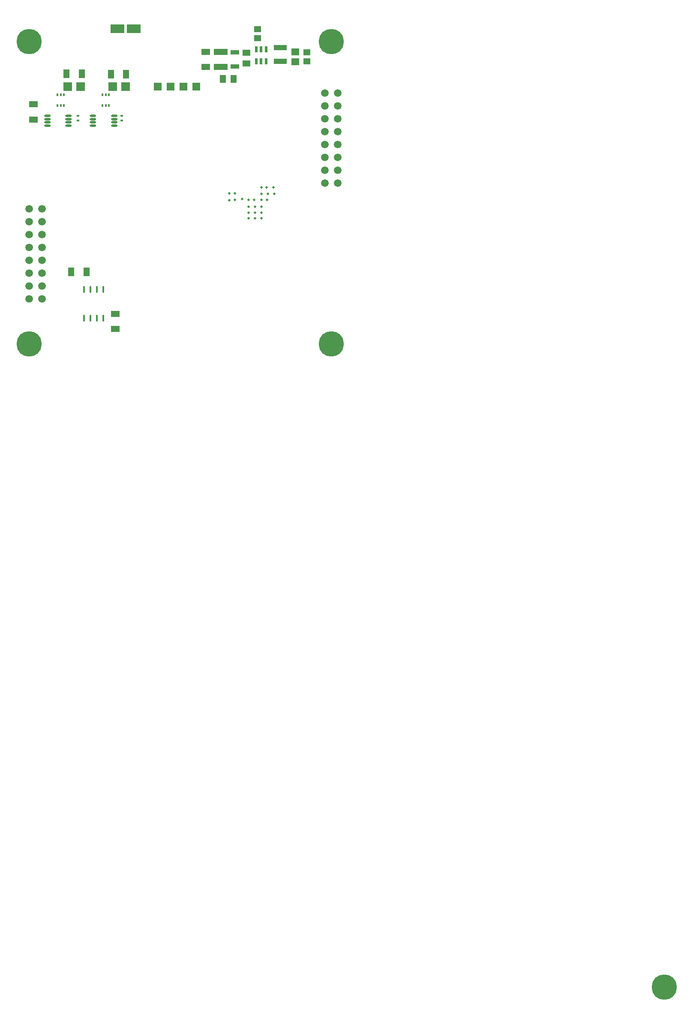
<source format=gbr>
%TF.GenerationSoftware,Altium Limited,Altium Designer,18.0.12 (696)*%
G04 Layer_Color=255*
%FSLAX26Y26*%
%MOIN*%
%TF.FileFunction,Pads,Bot*%
%TF.Part,Single*%
G01*
G75*
%TA.AperFunction,SMDPad,CuDef*%
%ADD10R,0.057087X0.045276*%
%ADD11R,0.059055X0.049213*%
%ADD13R,0.106299X0.045276*%
%ADD14R,0.070866X0.045276*%
%ADD17R,0.049213X0.059055*%
%ADD20R,0.021654X0.017716*%
%TA.AperFunction,ViaPad*%
%ADD59C,0.019685*%
%TA.AperFunction,ComponentPad*%
%ADD60R,0.070866X0.070866*%
%ADD61R,0.060000X0.060000*%
%ADD62C,0.059055*%
%TA.AperFunction,ViaPad*%
%ADD63C,0.196850*%
%TA.AperFunction,SMDPad,CuDef*%
%ADD66R,0.045276X0.070866*%
%ADD67R,0.110236X0.066929*%
%ADD68O,0.051181X0.017716*%
%ADD69R,0.066929X0.037402*%
%ADD70R,0.061024X0.053150*%
%ADD71R,0.102362X0.043307*%
%ADD72R,0.021654X0.051181*%
%ADD73O,0.013780X0.055118*%
%ADD74R,0.015748X0.023622*%
D10*
X2159000Y2195510D02*
D03*
Y2266376D02*
D03*
X1775000Y2445433D02*
D03*
Y2374567D02*
D03*
D11*
X1689000Y2262284D02*
D03*
Y2179606D02*
D03*
D13*
X1489000Y2151890D02*
D03*
Y2270000D02*
D03*
D14*
X32000Y1743945D02*
D03*
Y1862055D02*
D03*
X1371654Y2152166D02*
D03*
Y2270276D02*
D03*
X671000Y233056D02*
D03*
Y114946D02*
D03*
D17*
X1590338Y2060942D02*
D03*
X1507662D02*
D03*
D20*
X721000Y1771716D02*
D03*
Y1736283D02*
D03*
X379000Y1772716D02*
D03*
Y1737283D02*
D03*
D59*
X1805000Y975000D02*
D03*
X1755000D02*
D03*
X1705000D02*
D03*
X1600000Y1120000D02*
D03*
Y1170000D02*
D03*
X1555000Y1115000D02*
D03*
Y1170000D02*
D03*
X1655000Y1125000D02*
D03*
X1805000Y1215000D02*
D03*
X1845000D02*
D03*
X1900000D02*
D03*
X1905000Y1165000D02*
D03*
X1850000Y1120000D02*
D03*
X1855000Y1165000D02*
D03*
X1805000D02*
D03*
X1705000Y1120000D02*
D03*
X1750000D02*
D03*
X1805000D02*
D03*
Y1065000D02*
D03*
Y1020000D02*
D03*
X1705000D02*
D03*
Y1065000D02*
D03*
X1755000D02*
D03*
Y1020000D02*
D03*
D60*
X300000Y2000000D02*
D03*
X400000D02*
D03*
X750000D02*
D03*
X650000D02*
D03*
D61*
X1300000D02*
D03*
X1200000D02*
D03*
X1100000D02*
D03*
X1000000D02*
D03*
D62*
X2400000Y1950000D02*
D03*
Y1850000D02*
D03*
Y1750000D02*
D03*
Y1650000D02*
D03*
Y1550000D02*
D03*
X2300000Y1950000D02*
D03*
Y1850000D02*
D03*
Y1750000D02*
D03*
Y1650000D02*
D03*
Y1550000D02*
D03*
X2400000Y1450000D02*
D03*
Y1350000D02*
D03*
Y1250000D02*
D03*
X2300000Y1450000D02*
D03*
Y1350000D02*
D03*
Y1250000D02*
D03*
X100000Y1050000D02*
D03*
Y950000D02*
D03*
Y850000D02*
D03*
Y750000D02*
D03*
Y650000D02*
D03*
X0Y1050000D02*
D03*
Y950000D02*
D03*
Y850000D02*
D03*
Y750000D02*
D03*
Y650000D02*
D03*
X100000Y550000D02*
D03*
Y450000D02*
D03*
Y350000D02*
D03*
X0Y550000D02*
D03*
Y450000D02*
D03*
Y350000D02*
D03*
D63*
X4938544Y-4999140D02*
D03*
X0Y0D02*
D03*
X2350000D02*
D03*
X0Y2350000D02*
D03*
X2350000D02*
D03*
D66*
X409055Y2100000D02*
D03*
X290945D02*
D03*
X754055Y2095000D02*
D03*
X635945D02*
D03*
X326944Y559000D02*
D03*
X445054D02*
D03*
D67*
X813976Y2450000D02*
D03*
X686024D02*
D03*
D68*
X142323Y1696614D02*
D03*
Y1722205D02*
D03*
Y1747795D02*
D03*
Y1773386D02*
D03*
X307677Y1696614D02*
D03*
Y1722205D02*
D03*
Y1747795D02*
D03*
Y1773386D02*
D03*
X497323Y1696614D02*
D03*
Y1722205D02*
D03*
Y1747795D02*
D03*
Y1773386D02*
D03*
X662677Y1696614D02*
D03*
Y1722205D02*
D03*
Y1747795D02*
D03*
Y1773386D02*
D03*
D69*
X1599000Y2155824D02*
D03*
Y2266062D02*
D03*
D70*
X2069000Y2191574D02*
D03*
Y2270314D02*
D03*
D71*
X1954330Y2302756D02*
D03*
Y2196456D02*
D03*
D72*
X1842150Y2289604D02*
D03*
X1804748D02*
D03*
X1767346D02*
D03*
Y2195116D02*
D03*
X1804748D02*
D03*
X1842150D02*
D03*
D73*
X575236Y197898D02*
D03*
X525236D02*
D03*
X475236D02*
D03*
X425236D02*
D03*
X575236Y424276D02*
D03*
X525236D02*
D03*
X475236D02*
D03*
X425236D02*
D03*
D74*
X620591Y1853661D02*
D03*
X595000D02*
D03*
X569409D02*
D03*
Y1936339D02*
D03*
X595000D02*
D03*
X620591D02*
D03*
X270591Y1853661D02*
D03*
X245000D02*
D03*
X219410D02*
D03*
Y1936339D02*
D03*
X245000D02*
D03*
X270591D02*
D03*
%TF.MD5,1d38ca54a2bec54d42c3c15de5bf0e21*%
M02*

</source>
